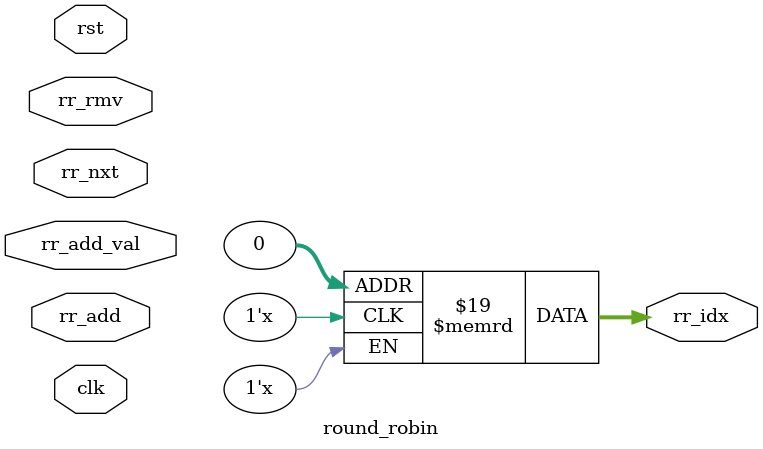
<source format=sv>
`timescale 1ns / 1ps

module round_robin #(parameter DEPTH = 16) (
  input  logic clk,
  input  logic rst,
  input  logic rr_add,
  input  logic [$clog2(DEPTH)-1:0] rr_add_val,
  input  logic rr_rmv,
  input  logic rr_nxt,
  output logic [$clog2(DEPTH)-1:0] rr_idx);
  
  // ============================= Local Declarations =============================
  // General Signals
  logic [$clog2(DEPTH):0] occup;                 // Number of occupied round-robin slots
  logic rot_en;                                  // Signal enabling slot rotation between two FIFO registers
  logic add_loc;                                 // Local rr_add signal that accounts for occupancy
  logic rmv_loc;                                 // Local rr_rmv signal that accounts for occupancy
  // Slot Tracking Signals
  logic [DEPTH-1:0] idx_in_rot, idx_in_rot_nxt;  // 1-bit array for tracking indexes that are in rotation
  // FIFO Signals
  logic wr_en [1:0];                             // FIFO write enable
  logic rd_en [1:0];                             // FIFO read enable
  logic empty [1:0];                             // FIFO empty
  logic [$clog2(DEPTH)-1:0] din  [1:0];          // FIFO data input
  logic [$clog2(DEPTH)-1:0] dout [1:0];          // FIFO data output

  // ============================== General Signals ===============================
  assign add_loc = rr_add && (!(occup==DEPTH || idx_in_rot[rr_add_val]) || (rr_rmv && (rr_idx==rr_add_val)));  // Ignore input if occupany is max, or the index is in rotation, or currently removing the same index
  assign rmv_loc = rr_rmv && !(occup==0);        // Ignore remove requests if occupancy is zero
  assign rot_en  = occup > 1;                    // If occupancy is one, no rotation is needed
  assign rr_idx  = dout[0];

  always @(posedge clk, posedge rst)
    if      (rst)              occup <= 0;
    else if (add_loc||rmv_loc) occup <= occup + add_loc - rmv_loc;

  initial occup = 0;

  // =============================== FIFO Registers ===============================
  genvar i;
  generate
    for (i=0; i<2; i++) begin : rrFifo
      xvk_fifo #(
        .WIDTH     ($clog2(DEPTH)),
        .DEPTH     (DEPTH),
        .PROG_FULL (),
        .RAM_TYPE  ("DISTRIBUTED"))
      rr_fifo (
        .clk,
        .rst,
        .wr_en     (wr_en[i]),
        .rd_en     (rd_en[i]),
        .din       (din[i]),
        .full      (),
        .empty     (empty[i]),
        .last      (),
        .prog_full (),
        .dout      (dout[i]));
    end
  endgenerate

  assign din[0] = add_loc ? rr_add_val : dout[1];  // Hold dout[1] when adding new entries
  assign din[1] = dout[0];

  assign wr_en[0] = (rmv_loc && !empty[1]) || add_loc || (rr_nxt && rot_en && !empty[1]);
  assign rd_en[0] = rmv_loc || (rr_nxt && rot_en);
  assign wr_en[1] = (rr_nxt && rot_en && !rmv_loc);
  assign rd_en[1] = (rr_nxt && rot_en || rmv_loc) && !add_loc && !empty[1];

  // ======================== Tracking Indexes in Rotation ========================
  always_comb begin
    idx_in_rot_nxt = idx_in_rot;
    if (rmv_loc) idx_in_rot_nxt [rr_idx]     = 0;
    if (add_loc) idx_in_rot_nxt [rr_add_val] = 1;
  end

  always @(posedge clk, posedge rst)
    if (rst) idx_in_rot <= 0;
    else     idx_in_rot <= idx_in_rot_nxt;

  initial idx_in_rot = 0;

endmodule

</source>
